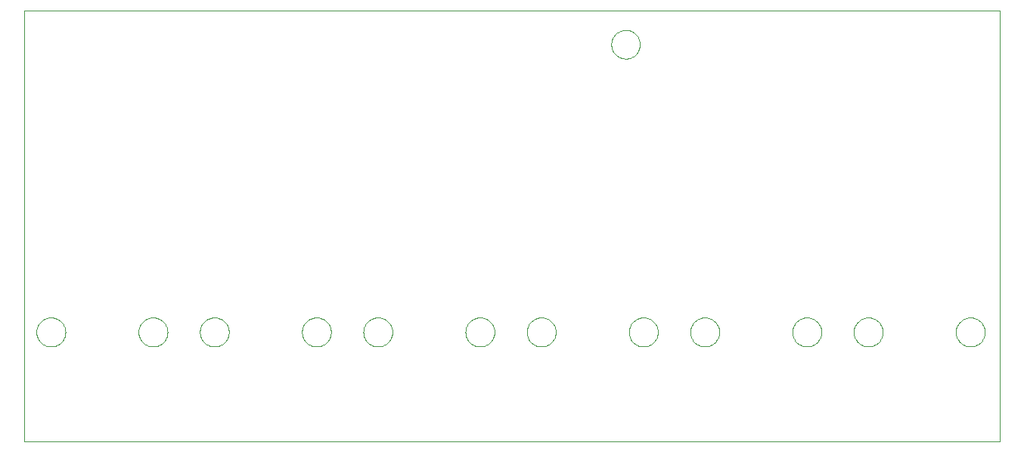
<source format=gbo>
G75*
%MOIN*%
%OFA0B0*%
%FSLAX24Y24*%
%IPPOS*%
%LPD*%
%AMOC8*
5,1,8,0,0,1.08239X$1,22.5*
%
%ADD10C,0.0000*%
D10*
X008943Y009393D02*
X008943Y028388D01*
X051935Y028388D01*
X051935Y009393D01*
X008943Y009393D01*
X009473Y014208D02*
X009475Y014258D01*
X009481Y014308D01*
X009491Y014357D01*
X009504Y014406D01*
X009522Y014453D01*
X009543Y014499D01*
X009567Y014542D01*
X009595Y014584D01*
X009626Y014624D01*
X009660Y014661D01*
X009697Y014695D01*
X009737Y014726D01*
X009779Y014754D01*
X009822Y014778D01*
X009868Y014799D01*
X009915Y014817D01*
X009964Y014830D01*
X010013Y014840D01*
X010063Y014846D01*
X010113Y014848D01*
X010163Y014846D01*
X010213Y014840D01*
X010262Y014830D01*
X010311Y014817D01*
X010358Y014799D01*
X010404Y014778D01*
X010447Y014754D01*
X010489Y014726D01*
X010529Y014695D01*
X010566Y014661D01*
X010600Y014624D01*
X010631Y014584D01*
X010659Y014542D01*
X010683Y014499D01*
X010704Y014453D01*
X010722Y014406D01*
X010735Y014357D01*
X010745Y014308D01*
X010751Y014258D01*
X010753Y014208D01*
X010751Y014158D01*
X010745Y014108D01*
X010735Y014059D01*
X010722Y014010D01*
X010704Y013963D01*
X010683Y013917D01*
X010659Y013874D01*
X010631Y013832D01*
X010600Y013792D01*
X010566Y013755D01*
X010529Y013721D01*
X010489Y013690D01*
X010447Y013662D01*
X010404Y013638D01*
X010358Y013617D01*
X010311Y013599D01*
X010262Y013586D01*
X010213Y013576D01*
X010163Y013570D01*
X010113Y013568D01*
X010063Y013570D01*
X010013Y013576D01*
X009964Y013586D01*
X009915Y013599D01*
X009868Y013617D01*
X009822Y013638D01*
X009779Y013662D01*
X009737Y013690D01*
X009697Y013721D01*
X009660Y013755D01*
X009626Y013792D01*
X009595Y013832D01*
X009567Y013874D01*
X009543Y013917D01*
X009522Y013963D01*
X009504Y014010D01*
X009491Y014059D01*
X009481Y014108D01*
X009475Y014158D01*
X009473Y014208D01*
X013973Y014208D02*
X013975Y014258D01*
X013981Y014308D01*
X013991Y014357D01*
X014004Y014406D01*
X014022Y014453D01*
X014043Y014499D01*
X014067Y014542D01*
X014095Y014584D01*
X014126Y014624D01*
X014160Y014661D01*
X014197Y014695D01*
X014237Y014726D01*
X014279Y014754D01*
X014322Y014778D01*
X014368Y014799D01*
X014415Y014817D01*
X014464Y014830D01*
X014513Y014840D01*
X014563Y014846D01*
X014613Y014848D01*
X014663Y014846D01*
X014713Y014840D01*
X014762Y014830D01*
X014811Y014817D01*
X014858Y014799D01*
X014904Y014778D01*
X014947Y014754D01*
X014989Y014726D01*
X015029Y014695D01*
X015066Y014661D01*
X015100Y014624D01*
X015131Y014584D01*
X015159Y014542D01*
X015183Y014499D01*
X015204Y014453D01*
X015222Y014406D01*
X015235Y014357D01*
X015245Y014308D01*
X015251Y014258D01*
X015253Y014208D01*
X015251Y014158D01*
X015245Y014108D01*
X015235Y014059D01*
X015222Y014010D01*
X015204Y013963D01*
X015183Y013917D01*
X015159Y013874D01*
X015131Y013832D01*
X015100Y013792D01*
X015066Y013755D01*
X015029Y013721D01*
X014989Y013690D01*
X014947Y013662D01*
X014904Y013638D01*
X014858Y013617D01*
X014811Y013599D01*
X014762Y013586D01*
X014713Y013576D01*
X014663Y013570D01*
X014613Y013568D01*
X014563Y013570D01*
X014513Y013576D01*
X014464Y013586D01*
X014415Y013599D01*
X014368Y013617D01*
X014322Y013638D01*
X014279Y013662D01*
X014237Y013690D01*
X014197Y013721D01*
X014160Y013755D01*
X014126Y013792D01*
X014095Y013832D01*
X014067Y013874D01*
X014043Y013917D01*
X014022Y013963D01*
X014004Y014010D01*
X013991Y014059D01*
X013981Y014108D01*
X013975Y014158D01*
X013973Y014208D01*
X016678Y014208D02*
X016680Y014258D01*
X016686Y014308D01*
X016696Y014357D01*
X016709Y014406D01*
X016727Y014453D01*
X016748Y014499D01*
X016772Y014542D01*
X016800Y014584D01*
X016831Y014624D01*
X016865Y014661D01*
X016902Y014695D01*
X016942Y014726D01*
X016984Y014754D01*
X017027Y014778D01*
X017073Y014799D01*
X017120Y014817D01*
X017169Y014830D01*
X017218Y014840D01*
X017268Y014846D01*
X017318Y014848D01*
X017368Y014846D01*
X017418Y014840D01*
X017467Y014830D01*
X017516Y014817D01*
X017563Y014799D01*
X017609Y014778D01*
X017652Y014754D01*
X017694Y014726D01*
X017734Y014695D01*
X017771Y014661D01*
X017805Y014624D01*
X017836Y014584D01*
X017864Y014542D01*
X017888Y014499D01*
X017909Y014453D01*
X017927Y014406D01*
X017940Y014357D01*
X017950Y014308D01*
X017956Y014258D01*
X017958Y014208D01*
X017956Y014158D01*
X017950Y014108D01*
X017940Y014059D01*
X017927Y014010D01*
X017909Y013963D01*
X017888Y013917D01*
X017864Y013874D01*
X017836Y013832D01*
X017805Y013792D01*
X017771Y013755D01*
X017734Y013721D01*
X017694Y013690D01*
X017652Y013662D01*
X017609Y013638D01*
X017563Y013617D01*
X017516Y013599D01*
X017467Y013586D01*
X017418Y013576D01*
X017368Y013570D01*
X017318Y013568D01*
X017268Y013570D01*
X017218Y013576D01*
X017169Y013586D01*
X017120Y013599D01*
X017073Y013617D01*
X017027Y013638D01*
X016984Y013662D01*
X016942Y013690D01*
X016902Y013721D01*
X016865Y013755D01*
X016831Y013792D01*
X016800Y013832D01*
X016772Y013874D01*
X016748Y013917D01*
X016727Y013963D01*
X016709Y014010D01*
X016696Y014059D01*
X016686Y014108D01*
X016680Y014158D01*
X016678Y014208D01*
X021178Y014208D02*
X021180Y014258D01*
X021186Y014308D01*
X021196Y014357D01*
X021209Y014406D01*
X021227Y014453D01*
X021248Y014499D01*
X021272Y014542D01*
X021300Y014584D01*
X021331Y014624D01*
X021365Y014661D01*
X021402Y014695D01*
X021442Y014726D01*
X021484Y014754D01*
X021527Y014778D01*
X021573Y014799D01*
X021620Y014817D01*
X021669Y014830D01*
X021718Y014840D01*
X021768Y014846D01*
X021818Y014848D01*
X021868Y014846D01*
X021918Y014840D01*
X021967Y014830D01*
X022016Y014817D01*
X022063Y014799D01*
X022109Y014778D01*
X022152Y014754D01*
X022194Y014726D01*
X022234Y014695D01*
X022271Y014661D01*
X022305Y014624D01*
X022336Y014584D01*
X022364Y014542D01*
X022388Y014499D01*
X022409Y014453D01*
X022427Y014406D01*
X022440Y014357D01*
X022450Y014308D01*
X022456Y014258D01*
X022458Y014208D01*
X022456Y014158D01*
X022450Y014108D01*
X022440Y014059D01*
X022427Y014010D01*
X022409Y013963D01*
X022388Y013917D01*
X022364Y013874D01*
X022336Y013832D01*
X022305Y013792D01*
X022271Y013755D01*
X022234Y013721D01*
X022194Y013690D01*
X022152Y013662D01*
X022109Y013638D01*
X022063Y013617D01*
X022016Y013599D01*
X021967Y013586D01*
X021918Y013576D01*
X021868Y013570D01*
X021818Y013568D01*
X021768Y013570D01*
X021718Y013576D01*
X021669Y013586D01*
X021620Y013599D01*
X021573Y013617D01*
X021527Y013638D01*
X021484Y013662D01*
X021442Y013690D01*
X021402Y013721D01*
X021365Y013755D01*
X021331Y013792D01*
X021300Y013832D01*
X021272Y013874D01*
X021248Y013917D01*
X021227Y013963D01*
X021209Y014010D01*
X021196Y014059D01*
X021186Y014108D01*
X021180Y014158D01*
X021178Y014208D01*
X023883Y014208D02*
X023885Y014258D01*
X023891Y014308D01*
X023901Y014357D01*
X023914Y014406D01*
X023932Y014453D01*
X023953Y014499D01*
X023977Y014542D01*
X024005Y014584D01*
X024036Y014624D01*
X024070Y014661D01*
X024107Y014695D01*
X024147Y014726D01*
X024189Y014754D01*
X024232Y014778D01*
X024278Y014799D01*
X024325Y014817D01*
X024374Y014830D01*
X024423Y014840D01*
X024473Y014846D01*
X024523Y014848D01*
X024573Y014846D01*
X024623Y014840D01*
X024672Y014830D01*
X024721Y014817D01*
X024768Y014799D01*
X024814Y014778D01*
X024857Y014754D01*
X024899Y014726D01*
X024939Y014695D01*
X024976Y014661D01*
X025010Y014624D01*
X025041Y014584D01*
X025069Y014542D01*
X025093Y014499D01*
X025114Y014453D01*
X025132Y014406D01*
X025145Y014357D01*
X025155Y014308D01*
X025161Y014258D01*
X025163Y014208D01*
X025161Y014158D01*
X025155Y014108D01*
X025145Y014059D01*
X025132Y014010D01*
X025114Y013963D01*
X025093Y013917D01*
X025069Y013874D01*
X025041Y013832D01*
X025010Y013792D01*
X024976Y013755D01*
X024939Y013721D01*
X024899Y013690D01*
X024857Y013662D01*
X024814Y013638D01*
X024768Y013617D01*
X024721Y013599D01*
X024672Y013586D01*
X024623Y013576D01*
X024573Y013570D01*
X024523Y013568D01*
X024473Y013570D01*
X024423Y013576D01*
X024374Y013586D01*
X024325Y013599D01*
X024278Y013617D01*
X024232Y013638D01*
X024189Y013662D01*
X024147Y013690D01*
X024107Y013721D01*
X024070Y013755D01*
X024036Y013792D01*
X024005Y013832D01*
X023977Y013874D01*
X023953Y013917D01*
X023932Y013963D01*
X023914Y014010D01*
X023901Y014059D01*
X023891Y014108D01*
X023885Y014158D01*
X023883Y014208D01*
X028383Y014208D02*
X028385Y014258D01*
X028391Y014308D01*
X028401Y014357D01*
X028414Y014406D01*
X028432Y014453D01*
X028453Y014499D01*
X028477Y014542D01*
X028505Y014584D01*
X028536Y014624D01*
X028570Y014661D01*
X028607Y014695D01*
X028647Y014726D01*
X028689Y014754D01*
X028732Y014778D01*
X028778Y014799D01*
X028825Y014817D01*
X028874Y014830D01*
X028923Y014840D01*
X028973Y014846D01*
X029023Y014848D01*
X029073Y014846D01*
X029123Y014840D01*
X029172Y014830D01*
X029221Y014817D01*
X029268Y014799D01*
X029314Y014778D01*
X029357Y014754D01*
X029399Y014726D01*
X029439Y014695D01*
X029476Y014661D01*
X029510Y014624D01*
X029541Y014584D01*
X029569Y014542D01*
X029593Y014499D01*
X029614Y014453D01*
X029632Y014406D01*
X029645Y014357D01*
X029655Y014308D01*
X029661Y014258D01*
X029663Y014208D01*
X029661Y014158D01*
X029655Y014108D01*
X029645Y014059D01*
X029632Y014010D01*
X029614Y013963D01*
X029593Y013917D01*
X029569Y013874D01*
X029541Y013832D01*
X029510Y013792D01*
X029476Y013755D01*
X029439Y013721D01*
X029399Y013690D01*
X029357Y013662D01*
X029314Y013638D01*
X029268Y013617D01*
X029221Y013599D01*
X029172Y013586D01*
X029123Y013576D01*
X029073Y013570D01*
X029023Y013568D01*
X028973Y013570D01*
X028923Y013576D01*
X028874Y013586D01*
X028825Y013599D01*
X028778Y013617D01*
X028732Y013638D01*
X028689Y013662D01*
X028647Y013690D01*
X028607Y013721D01*
X028570Y013755D01*
X028536Y013792D01*
X028505Y013832D01*
X028477Y013874D01*
X028453Y013917D01*
X028432Y013963D01*
X028414Y014010D01*
X028401Y014059D01*
X028391Y014108D01*
X028385Y014158D01*
X028383Y014208D01*
X031088Y014208D02*
X031090Y014258D01*
X031096Y014308D01*
X031106Y014357D01*
X031119Y014406D01*
X031137Y014453D01*
X031158Y014499D01*
X031182Y014542D01*
X031210Y014584D01*
X031241Y014624D01*
X031275Y014661D01*
X031312Y014695D01*
X031352Y014726D01*
X031394Y014754D01*
X031437Y014778D01*
X031483Y014799D01*
X031530Y014817D01*
X031579Y014830D01*
X031628Y014840D01*
X031678Y014846D01*
X031728Y014848D01*
X031778Y014846D01*
X031828Y014840D01*
X031877Y014830D01*
X031926Y014817D01*
X031973Y014799D01*
X032019Y014778D01*
X032062Y014754D01*
X032104Y014726D01*
X032144Y014695D01*
X032181Y014661D01*
X032215Y014624D01*
X032246Y014584D01*
X032274Y014542D01*
X032298Y014499D01*
X032319Y014453D01*
X032337Y014406D01*
X032350Y014357D01*
X032360Y014308D01*
X032366Y014258D01*
X032368Y014208D01*
X032366Y014158D01*
X032360Y014108D01*
X032350Y014059D01*
X032337Y014010D01*
X032319Y013963D01*
X032298Y013917D01*
X032274Y013874D01*
X032246Y013832D01*
X032215Y013792D01*
X032181Y013755D01*
X032144Y013721D01*
X032104Y013690D01*
X032062Y013662D01*
X032019Y013638D01*
X031973Y013617D01*
X031926Y013599D01*
X031877Y013586D01*
X031828Y013576D01*
X031778Y013570D01*
X031728Y013568D01*
X031678Y013570D01*
X031628Y013576D01*
X031579Y013586D01*
X031530Y013599D01*
X031483Y013617D01*
X031437Y013638D01*
X031394Y013662D01*
X031352Y013690D01*
X031312Y013721D01*
X031275Y013755D01*
X031241Y013792D01*
X031210Y013832D01*
X031182Y013874D01*
X031158Y013917D01*
X031137Y013963D01*
X031119Y014010D01*
X031106Y014059D01*
X031096Y014108D01*
X031090Y014158D01*
X031088Y014208D01*
X035588Y014208D02*
X035590Y014258D01*
X035596Y014308D01*
X035606Y014357D01*
X035619Y014406D01*
X035637Y014453D01*
X035658Y014499D01*
X035682Y014542D01*
X035710Y014584D01*
X035741Y014624D01*
X035775Y014661D01*
X035812Y014695D01*
X035852Y014726D01*
X035894Y014754D01*
X035937Y014778D01*
X035983Y014799D01*
X036030Y014817D01*
X036079Y014830D01*
X036128Y014840D01*
X036178Y014846D01*
X036228Y014848D01*
X036278Y014846D01*
X036328Y014840D01*
X036377Y014830D01*
X036426Y014817D01*
X036473Y014799D01*
X036519Y014778D01*
X036562Y014754D01*
X036604Y014726D01*
X036644Y014695D01*
X036681Y014661D01*
X036715Y014624D01*
X036746Y014584D01*
X036774Y014542D01*
X036798Y014499D01*
X036819Y014453D01*
X036837Y014406D01*
X036850Y014357D01*
X036860Y014308D01*
X036866Y014258D01*
X036868Y014208D01*
X036866Y014158D01*
X036860Y014108D01*
X036850Y014059D01*
X036837Y014010D01*
X036819Y013963D01*
X036798Y013917D01*
X036774Y013874D01*
X036746Y013832D01*
X036715Y013792D01*
X036681Y013755D01*
X036644Y013721D01*
X036604Y013690D01*
X036562Y013662D01*
X036519Y013638D01*
X036473Y013617D01*
X036426Y013599D01*
X036377Y013586D01*
X036328Y013576D01*
X036278Y013570D01*
X036228Y013568D01*
X036178Y013570D01*
X036128Y013576D01*
X036079Y013586D01*
X036030Y013599D01*
X035983Y013617D01*
X035937Y013638D01*
X035894Y013662D01*
X035852Y013690D01*
X035812Y013721D01*
X035775Y013755D01*
X035741Y013792D01*
X035710Y013832D01*
X035682Y013874D01*
X035658Y013917D01*
X035637Y013963D01*
X035619Y014010D01*
X035606Y014059D01*
X035596Y014108D01*
X035590Y014158D01*
X035588Y014208D01*
X038293Y014208D02*
X038295Y014258D01*
X038301Y014308D01*
X038311Y014357D01*
X038324Y014406D01*
X038342Y014453D01*
X038363Y014499D01*
X038387Y014542D01*
X038415Y014584D01*
X038446Y014624D01*
X038480Y014661D01*
X038517Y014695D01*
X038557Y014726D01*
X038599Y014754D01*
X038642Y014778D01*
X038688Y014799D01*
X038735Y014817D01*
X038784Y014830D01*
X038833Y014840D01*
X038883Y014846D01*
X038933Y014848D01*
X038983Y014846D01*
X039033Y014840D01*
X039082Y014830D01*
X039131Y014817D01*
X039178Y014799D01*
X039224Y014778D01*
X039267Y014754D01*
X039309Y014726D01*
X039349Y014695D01*
X039386Y014661D01*
X039420Y014624D01*
X039451Y014584D01*
X039479Y014542D01*
X039503Y014499D01*
X039524Y014453D01*
X039542Y014406D01*
X039555Y014357D01*
X039565Y014308D01*
X039571Y014258D01*
X039573Y014208D01*
X039571Y014158D01*
X039565Y014108D01*
X039555Y014059D01*
X039542Y014010D01*
X039524Y013963D01*
X039503Y013917D01*
X039479Y013874D01*
X039451Y013832D01*
X039420Y013792D01*
X039386Y013755D01*
X039349Y013721D01*
X039309Y013690D01*
X039267Y013662D01*
X039224Y013638D01*
X039178Y013617D01*
X039131Y013599D01*
X039082Y013586D01*
X039033Y013576D01*
X038983Y013570D01*
X038933Y013568D01*
X038883Y013570D01*
X038833Y013576D01*
X038784Y013586D01*
X038735Y013599D01*
X038688Y013617D01*
X038642Y013638D01*
X038599Y013662D01*
X038557Y013690D01*
X038517Y013721D01*
X038480Y013755D01*
X038446Y013792D01*
X038415Y013832D01*
X038387Y013874D01*
X038363Y013917D01*
X038342Y013963D01*
X038324Y014010D01*
X038311Y014059D01*
X038301Y014108D01*
X038295Y014158D01*
X038293Y014208D01*
X042793Y014208D02*
X042795Y014258D01*
X042801Y014308D01*
X042811Y014357D01*
X042824Y014406D01*
X042842Y014453D01*
X042863Y014499D01*
X042887Y014542D01*
X042915Y014584D01*
X042946Y014624D01*
X042980Y014661D01*
X043017Y014695D01*
X043057Y014726D01*
X043099Y014754D01*
X043142Y014778D01*
X043188Y014799D01*
X043235Y014817D01*
X043284Y014830D01*
X043333Y014840D01*
X043383Y014846D01*
X043433Y014848D01*
X043483Y014846D01*
X043533Y014840D01*
X043582Y014830D01*
X043631Y014817D01*
X043678Y014799D01*
X043724Y014778D01*
X043767Y014754D01*
X043809Y014726D01*
X043849Y014695D01*
X043886Y014661D01*
X043920Y014624D01*
X043951Y014584D01*
X043979Y014542D01*
X044003Y014499D01*
X044024Y014453D01*
X044042Y014406D01*
X044055Y014357D01*
X044065Y014308D01*
X044071Y014258D01*
X044073Y014208D01*
X044071Y014158D01*
X044065Y014108D01*
X044055Y014059D01*
X044042Y014010D01*
X044024Y013963D01*
X044003Y013917D01*
X043979Y013874D01*
X043951Y013832D01*
X043920Y013792D01*
X043886Y013755D01*
X043849Y013721D01*
X043809Y013690D01*
X043767Y013662D01*
X043724Y013638D01*
X043678Y013617D01*
X043631Y013599D01*
X043582Y013586D01*
X043533Y013576D01*
X043483Y013570D01*
X043433Y013568D01*
X043383Y013570D01*
X043333Y013576D01*
X043284Y013586D01*
X043235Y013599D01*
X043188Y013617D01*
X043142Y013638D01*
X043099Y013662D01*
X043057Y013690D01*
X043017Y013721D01*
X042980Y013755D01*
X042946Y013792D01*
X042915Y013832D01*
X042887Y013874D01*
X042863Y013917D01*
X042842Y013963D01*
X042824Y014010D01*
X042811Y014059D01*
X042801Y014108D01*
X042795Y014158D01*
X042793Y014208D01*
X045498Y014208D02*
X045500Y014258D01*
X045506Y014308D01*
X045516Y014357D01*
X045529Y014406D01*
X045547Y014453D01*
X045568Y014499D01*
X045592Y014542D01*
X045620Y014584D01*
X045651Y014624D01*
X045685Y014661D01*
X045722Y014695D01*
X045762Y014726D01*
X045804Y014754D01*
X045847Y014778D01*
X045893Y014799D01*
X045940Y014817D01*
X045989Y014830D01*
X046038Y014840D01*
X046088Y014846D01*
X046138Y014848D01*
X046188Y014846D01*
X046238Y014840D01*
X046287Y014830D01*
X046336Y014817D01*
X046383Y014799D01*
X046429Y014778D01*
X046472Y014754D01*
X046514Y014726D01*
X046554Y014695D01*
X046591Y014661D01*
X046625Y014624D01*
X046656Y014584D01*
X046684Y014542D01*
X046708Y014499D01*
X046729Y014453D01*
X046747Y014406D01*
X046760Y014357D01*
X046770Y014308D01*
X046776Y014258D01*
X046778Y014208D01*
X046776Y014158D01*
X046770Y014108D01*
X046760Y014059D01*
X046747Y014010D01*
X046729Y013963D01*
X046708Y013917D01*
X046684Y013874D01*
X046656Y013832D01*
X046625Y013792D01*
X046591Y013755D01*
X046554Y013721D01*
X046514Y013690D01*
X046472Y013662D01*
X046429Y013638D01*
X046383Y013617D01*
X046336Y013599D01*
X046287Y013586D01*
X046238Y013576D01*
X046188Y013570D01*
X046138Y013568D01*
X046088Y013570D01*
X046038Y013576D01*
X045989Y013586D01*
X045940Y013599D01*
X045893Y013617D01*
X045847Y013638D01*
X045804Y013662D01*
X045762Y013690D01*
X045722Y013721D01*
X045685Y013755D01*
X045651Y013792D01*
X045620Y013832D01*
X045592Y013874D01*
X045568Y013917D01*
X045547Y013963D01*
X045529Y014010D01*
X045516Y014059D01*
X045506Y014108D01*
X045500Y014158D01*
X045498Y014208D01*
X049998Y014208D02*
X050000Y014258D01*
X050006Y014308D01*
X050016Y014357D01*
X050029Y014406D01*
X050047Y014453D01*
X050068Y014499D01*
X050092Y014542D01*
X050120Y014584D01*
X050151Y014624D01*
X050185Y014661D01*
X050222Y014695D01*
X050262Y014726D01*
X050304Y014754D01*
X050347Y014778D01*
X050393Y014799D01*
X050440Y014817D01*
X050489Y014830D01*
X050538Y014840D01*
X050588Y014846D01*
X050638Y014848D01*
X050688Y014846D01*
X050738Y014840D01*
X050787Y014830D01*
X050836Y014817D01*
X050883Y014799D01*
X050929Y014778D01*
X050972Y014754D01*
X051014Y014726D01*
X051054Y014695D01*
X051091Y014661D01*
X051125Y014624D01*
X051156Y014584D01*
X051184Y014542D01*
X051208Y014499D01*
X051229Y014453D01*
X051247Y014406D01*
X051260Y014357D01*
X051270Y014308D01*
X051276Y014258D01*
X051278Y014208D01*
X051276Y014158D01*
X051270Y014108D01*
X051260Y014059D01*
X051247Y014010D01*
X051229Y013963D01*
X051208Y013917D01*
X051184Y013874D01*
X051156Y013832D01*
X051125Y013792D01*
X051091Y013755D01*
X051054Y013721D01*
X051014Y013690D01*
X050972Y013662D01*
X050929Y013638D01*
X050883Y013617D01*
X050836Y013599D01*
X050787Y013586D01*
X050738Y013576D01*
X050688Y013570D01*
X050638Y013568D01*
X050588Y013570D01*
X050538Y013576D01*
X050489Y013586D01*
X050440Y013599D01*
X050393Y013617D01*
X050347Y013638D01*
X050304Y013662D01*
X050262Y013690D01*
X050222Y013721D01*
X050185Y013755D01*
X050151Y013792D01*
X050120Y013832D01*
X050092Y013874D01*
X050068Y013917D01*
X050047Y013963D01*
X050029Y014010D01*
X050016Y014059D01*
X050006Y014108D01*
X050000Y014158D01*
X049998Y014208D01*
X034813Y026893D02*
X034815Y026943D01*
X034821Y026993D01*
X034831Y027042D01*
X034845Y027090D01*
X034862Y027137D01*
X034883Y027182D01*
X034908Y027226D01*
X034936Y027267D01*
X034968Y027306D01*
X035002Y027343D01*
X035039Y027377D01*
X035079Y027407D01*
X035121Y027434D01*
X035165Y027458D01*
X035211Y027479D01*
X035258Y027495D01*
X035306Y027508D01*
X035356Y027517D01*
X035405Y027522D01*
X035456Y027523D01*
X035506Y027520D01*
X035555Y027513D01*
X035604Y027502D01*
X035652Y027487D01*
X035698Y027469D01*
X035743Y027447D01*
X035786Y027421D01*
X035827Y027392D01*
X035866Y027360D01*
X035902Y027325D01*
X035934Y027287D01*
X035964Y027247D01*
X035991Y027204D01*
X036014Y027160D01*
X036033Y027114D01*
X036049Y027066D01*
X036061Y027017D01*
X036069Y026968D01*
X036073Y026918D01*
X036073Y026868D01*
X036069Y026818D01*
X036061Y026769D01*
X036049Y026720D01*
X036033Y026672D01*
X036014Y026626D01*
X035991Y026582D01*
X035964Y026539D01*
X035934Y026499D01*
X035902Y026461D01*
X035866Y026426D01*
X035827Y026394D01*
X035786Y026365D01*
X035743Y026339D01*
X035698Y026317D01*
X035652Y026299D01*
X035604Y026284D01*
X035555Y026273D01*
X035506Y026266D01*
X035456Y026263D01*
X035405Y026264D01*
X035356Y026269D01*
X035306Y026278D01*
X035258Y026291D01*
X035211Y026307D01*
X035165Y026328D01*
X035121Y026352D01*
X035079Y026379D01*
X035039Y026409D01*
X035002Y026443D01*
X034968Y026480D01*
X034936Y026519D01*
X034908Y026560D01*
X034883Y026604D01*
X034862Y026649D01*
X034845Y026696D01*
X034831Y026744D01*
X034821Y026793D01*
X034815Y026843D01*
X034813Y026893D01*
M02*

</source>
